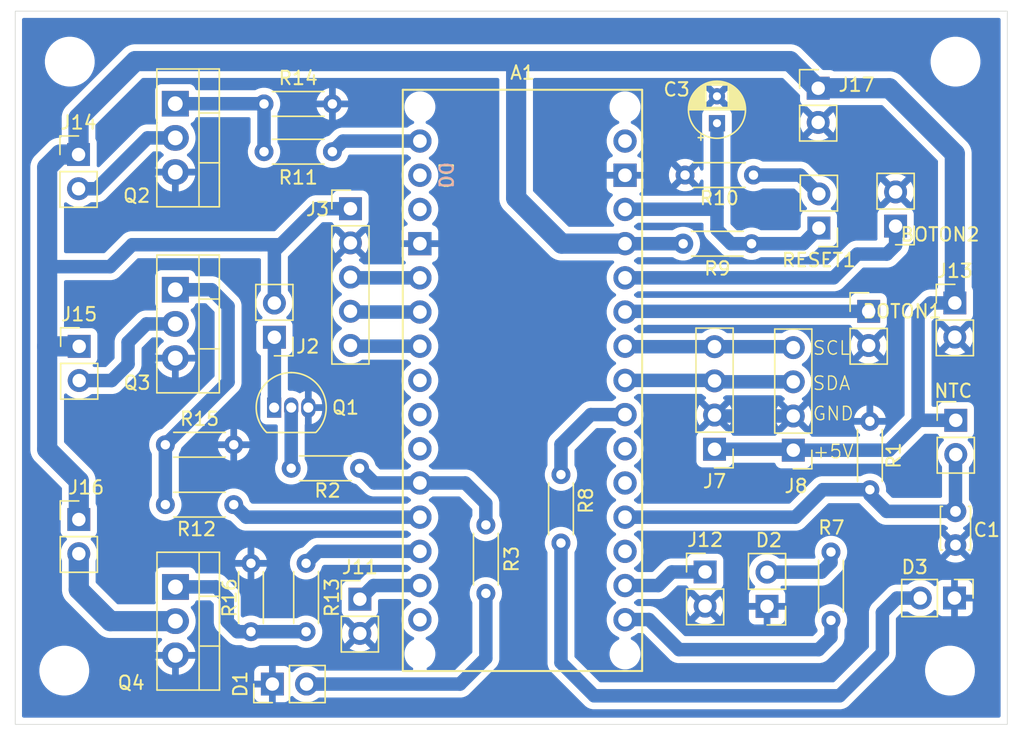
<source format=kicad_pcb>
(kicad_pcb (version 20241229) (generator "pcbnew") (generator_version "9.0")
  (layers (0 "F.Cu" signal) (2 "B.Cu" signal) (13 "F.Paste" user) (15 "B.Paste" user) (5 "F.SilkS" user "F.Silkscreen") (7 "B.SilkS" user "B.Silkscreen") (1 "F.Mask" user) (3 "B.Mask" user) (25 "Edge.Cuts" user))
  (net 0 "")
  (net 1 "+5V")
  (net 2 "GND")
  (net 3 "LED1")
  (net 4 "SSR")
  (net 5 "BOTON1")
  (net 6 "ENC_DT")
  (net 7 "RESET")
  (net 8 "ENC_CLK")
  (net 9 "Azul")
  (net 10 "Rojo")
  (net 11 "Verde")
  (net 12 "ENC_SW")
  (net 13 "NTC")
  (net 14 "SCL")
  (net 15 "SDA")
  (net 16 "LED2")
  (net 17 "BOTON2")
  (net 18 "+3.3V")
  (net 19 "Net-(J2-Pin_1)")
  (net 20 "Net-(D1-A)")
  (net 21 "Net-(D2-A)")
  (net 22 "Net-(Q2-G)")
  (net 23 "Net-(Q4-G)")
  (net 24 "Net-(D3-A)")
  (net 25 "Net-(Q1-B)")
  (net 26 "Net-(Q3-G)")
  (net 27 "CRUCE_CERO")
  (net 37 "Net-(J14-Pin_2)")
  (net 39 "Net-(R10-Pad2)")
  (net 40 "Net-(J15-Pin_2)")
  (net 41 "Net-(J16-Pin_2)")
  (footprint "Connector_PinHeader_2.54mm:PinHeader_1x02_P2.54mm_Vertical" (layer "F.Cu") (at 135.1 77.095 180)
    (property "Reference" "BOTON2" (at -3.3 -0.62 0) (layer "F.SilkS"))
    (property "Value" "SW_Push")
    (pad "1" thru_hole rect (at 0 0 180) (size 1.7 1.7) (drill 1) (layers "*.Cu" "*.Mask") (net 17 "BOTON2"))
    (pad "2" thru_hole circle (at 0 2.54 180) (size 1.7 1.7) (drill 1) (layers "*.Cu" "*.Mask") (net 2 "GND"))
  )
  (footprint "Resistor_THT:R_Axial_DIN0204_L3.6mm_D1.6mm_P5.08mm_Horizontal" (layer "F.Cu") (at 119.46 73.3)
    (property "Reference" "R10" (at 2.54 1.715 0) (layer "F.SilkS"))
    (property "Value" "100")
    (pad "1" thru_hole circle (at 0 0) (size 1.4 1.4) (drill 0.7) (layers "*.Cu" "*.Mask") (net 2 "GND"))
    (pad "2" thru_hole oval (at 5.08 0) (size 1.4 1.4) (drill 0.7) (layers "*.Cu" "*.Mask") (net 39 "Net-(R10-Pad2)"))
  )
  (footprint "Connector_PinHeader_2.54mm:PinHeader_1x05_P2.54mm_Vertical" (layer "F.Cu") (at 94.6 75.8)
    (property "Reference" "J3" (at -2.44 0.035 0) (layer "F.SilkS"))
    (property "Value" "Encoder")
    (pad "1" thru_hole rect (at 0 0) (size 1.7 1.7) (drill 1) (layers "*.Cu" "*.Mask") (net 1 "+5V"))
    (pad "2" thru_hole circle (at 0 2.54) (size 1.7 1.7) (drill 1) (layers "*.Cu" "*.Mask") (net 2 "GND"))
    (pad "3" thru_hole circle (at 0 5.08) (size 1.7 1.7) (drill 1) (layers "*.Cu" "*.Mask") (net 6 "ENC_DT"))
    (pad "4" thru_hole circle (at 0 7.62) (size 1.7 1.7) (drill 1) (layers "*.Cu" "*.Mask") (net 8 "ENC_CLK"))
    (pad "5" thru_hole circle (at 0 10.16) (size 1.7 1.7) (drill 1) (layers "*.Cu" "*.Mask") (net 12 "ENC_SW"))
  )
  (footprint "Resistor_THT:R_Axial_DIN0204_L3.6mm_D1.6mm_P5.08mm_Horizontal" (layer "F.Cu") (at 110.24 95.555 -90)
    (property "Reference" "R8" (at 1.93 -1.86 90) (layer "F.SilkS"))
    (property "Value" "220")
    (pad "1" thru_hole circle (at 0 0 270) (size 1.4 1.4) (drill 0.7) (layers "*.Cu" "*.Mask") (net 16 "LED2"))
    (pad "2" thru_hole oval (at 5.08 0 270) (size 1.4 1.4) (drill 0.7) (layers "*.Cu" "*.Mask") (net 24 "Net-(D3-A)"))
  )
  (footprint "Connector_PinHeader_2.54mm:PinHeader_1x02_P2.54mm_Vertical" (layer "F.Cu") (at 120.95 102.785)
    (property "Reference" "J12" (at 0 -2.38 0) (layer "F.SilkS"))
    (property "Value" "+3.3v")
    (pad "1" thru_hole rect (at 0 0) (size 1.7 1.7) (drill 1) (layers "*.Cu" "*.Mask") (net 18 "+3.3V"))
    (pad "2" thru_hole circle (at 0 2.54) (size 1.7 1.7) (drill 1) (layers "*.Cu" "*.Mask") (net 2 "GND"))
  )
  (footprint "Resistor_THT:R_Axial_DIN0204_L3.6mm_D1.6mm_P5.08mm_Horizontal" (layer "F.Cu") (at 85.93 97.785 180)
    (property "Reference" "R12" (at 2.77 -1.82 0) (layer "F.SilkS"))
    (property "Value" "220")
    (pad "1" thru_hole circle (at 0 0 180) (size 1.4 1.4) (drill 0.7) (layers "*.Cu" "*.Mask") (net 11 "Verde"))
    (pad "2" thru_hole oval (at 5.08 0 180) (size 1.4 1.4) (drill 0.7) (layers "*.Cu" "*.Mask") (net 26 "Net-(Q3-G)"))
  )
  (footprint "Connector_PinHeader_2.54mm:PinHeader_1x02_P2.54mm_Vertical" (layer "F.Cu") (at 88.8 111.115 90)
    (property "Reference" "D1" (at 0 -2.38 90) (layer "F.SilkS"))
    (property "Value" "LED_SSR")
    (pad "1" thru_hole rect (at 0 0 90) (size 1.7 1.7) (drill 1) (layers "*.Cu" "*.Mask") (net 2 "GND"))
    (pad "2" thru_hole circle (at 0 2.54 90) (size 1.7 1.7) (drill 1) (layers "*.Cu" "*.Mask") (net 20 "Net-(D1-A)"))
  )
  (footprint "PCM_arduino-library:Arduino_Nano_Socket" (layer "F.Cu") (at 107.38 110.145)
    (property "Reference" "A1" (at 0 -44.45 0) (layer "F.SilkS"))
    (property "Value" "Arduino_Nano_Socket")
    (fp_text user "D0" (at -5.715 -36.83 270) (layer "F.SilkS"))
    (fp_text user "D0" (at -5.715 -36.83 270) (layer "B.SilkS") (effects (justify mirror)))
    (pad "" np_thru_hole circle (at -7.62 -41.91) (size 1.8 1.8) (drill 1.8) (layers "*.Cu" "*.Mask"))
    (pad "" np_thru_hole circle (at -7.62 -1.27) (size 1.8 1.8) (drill 1.8) (layers "*.Cu" "*.Mask"))
    (pad "" np_thru_hole circle (at 7.62 -41.91) (size 1.8 1.8) (drill 1.8) (layers "*.Cu" "*.Mask"))
    (pad "" np_thru_hole circle (at 7.62 -1.27) (size 1.8 1.8) (drill 1.8) (layers "*.Cu" "*.Mask"))
    (pad "3V3" thru_hole circle (at 7.62 -6.35) (size 1.7272 1.7272) (drill 1.016) (layers "*.Cu" "*.Mask") (net 18 "+3.3V"))
    (pad "5V" thru_hole circle (at 7.62 -31.75) (size 1.7272 1.7272) (drill 1.016) (layers "*.Cu" "*.Mask") (net 1 "+5V"))
    (pad "A0" thru_hole circle (at 7.62 -11.43) (size 1.7272 1.7272) (drill 1.016) (layers "*.Cu" "*.Mask") (net 13 "NTC"))
    (pad "A1" thru_hole circle (at 7.62 -13.97) (size 1.7272 1.7272) (drill 1.016) (layers "*.Cu" "*.Mask"))
    (pad "A2" thru_hole circle (at 7.62 -16.51) (size 1.7272 1.7272) (drill 1.016) (layers "*.Cu" "*.Mask"))
    (pad "A3" thru_hole circle (at 7.62 -19.05) (size 1.7272 1.7272) (drill 1.016) (layers "*.Cu" "*.Mask") (net 16 "LED2"))
    (pad "A4" thru_hole circle (at 7.62 -21.59) (size 1.7272 1.7272) (drill 1.016) (layers "*.Cu" "*.Mask") (net 15 "SDA"))
    (pad "A5" thru_hole circle (at 7.62 -24.13) (size 1.7272 1.7272) (drill 1.016) (layers "*.Cu" "*.Mask") (net 14 "SCL"))
    (pad "A6" thru_hole circle (at 7.62 -26.67) (size 1.7272 1.7272) (drill 1.016) (layers "*.Cu" "*.Mask") (net 5 "BOTON1"))
    (pad "A7" thru_hole circle (at 7.62 -29.21) (size 1.7272 1.7272) (drill 1.016) (layers "*.Cu" "*.Mask") (net 17 "BOTON2"))
    (pad "AREF" thru_hole circle (at 7.62 -8.89) (size 1.7272 1.7272) (drill 1.016) (layers "*.Cu" "*.Mask"))
    (pad "D0" thru_hole circle (at -7.62 -36.83) (size 1.7272 1.7272) (drill 1.016) (layers "*.Cu" "*.Mask"))
    (pad "D1" thru_hole circle (at -7.62 -39.37) (size 1.7272 1.7272) (drill 1.016) (layers "*.Cu" "*.Mask") (net 10 "Rojo"))
    (pad "D2" thru_hole circle (at -7.62 -29.21) (size 1.7272 1.7272) (drill 1.016) (layers "*.Cu" "*.Mask") (net 6 "ENC_DT"))
    (pad "D3" thru_hole circle (at -7.62 -26.67) (size 1.7272 1.7272) (drill 1.016) (layers "*.Cu" "*.Mask") (net 8 "ENC_CLK"))
    (pad "D4" thru_hole circle (at -7.62 -24.13) (size 1.7272 1.7272) (drill 1.016) (layers "*.Cu" "*.Mask") (net 12 "ENC_SW"))
    (pad "D5" thru_hole circle (at -7.62 -21.59) (size 1.7272 1.7272) (drill 1.016) (layers "*.Cu" "*.Mask"))
    (pad "D6" thru_hole circle (at -7.62 -19.05) (size 1.7272 1.7272) (drill 1.016) (layers "*.Cu" "*.Mask"))
    (pad "D7" thru_hole circle (at -7.62 -16.51) (size 1.7272 1.7272) (drill 1.016) (layers "*.Cu" "*.Mask"))
    (pad "D8" thru_hole circle (at -7.62 -13.97) (size 1.7272 1.7272) (drill 1.016) (layers "*.Cu" "*.Mask") (net 4 "SSR"))
    (pad "D9" thru_hole circle (at -7.62 -11.43) (size 1.7272 1.7272) (drill 1.016) (layers "*.Cu" "*.Mask") (net 11 "Verde"))
    (pad "D10" thru_hole circle (at -7.62 -8.89) (size 1.7272 1.7272) (drill 1.016) (layers "*.Cu" "*.Mask") (net 9 "Azul"))
    (pad "D11" thru_hole circle (at -7.62 -6.35) (size 1.7272 1.7272) (drill 1.016) (layers "*.Cu" "*.Mask") (net 27 "CRUCE_CERO"))
    (pad "D12" thru_hole circle (at -7.62 -3.81) (size 1.7272 1.7272) (drill 1.016) (layers "*.Cu" "*.Mask"))
    (pad "D13" thru_hole circle (at 7.62 -3.81) (size 1.7272 1.7272) (drill 1.016) (layers "*.Cu" "*.Mask") (net 3 "LED1"))
    (pad "GND1" thru_hole rect (at -7.62 -31.75) (size 1.7272 1.7272) (drill 1.016) (layers "*.Cu" "*.Mask") (net 2 "GND"))
    (pad "GND2" thru_hole rect (at 7.62 -36.83) (size 1.7272 1.7272) (drill 1.016) (layers "*.Cu" "*.Mask") (net 2 "GND"))
    (pad "RST1" thru_hole circle (at -7.62 -34.29) (size 1.7272 1.7272) (drill 1.016) (layers "*.Cu" "*.Mask"))
    (pad "RST2" thru_hole circle (at 7.62 -34.29) (size 1.7272 1.7272) (drill 1.016) (layers "*.Cu" "*.Mask") (net 7 "RESET"))
    (pad "VIN" thru_hole circle (at 7.62 -39.37) (size 1.7272 1.7272) (drill 1.016) (layers "*.Cu" "*.Mask"))
  )
  (footprint "MountingHole:MountingHole_3.2mm_M3" (layer "F.Cu") (at 139.14 110.115)
    (property "Reference" "H8" (hide yes))
    (property "Value" "MountingHole" (hide yes))
    (pad "" np_thru_hole circle (at 0 0) (size 3.2 3.2) (drill 3.2) (layers "*.Cu" "*.Mask"))
  )
  (footprint "Resistor_THT:R_Axial_DIN0204_L3.6mm_D1.6mm_P5.08mm_Horizontal" (layer "F.Cu") (at 119.32 78.4)
    (property "Reference" "R9" (at 2.54 1.845 0) (layer "F.SilkS"))
    (property "Value" "1K")
    (pad "1" thru_hole circle (at 0 0) (size 1.4 1.4) (drill 0.7) (layers "*.Cu" "*.Mask") (net 1 "+5V"))
    (pad "2" thru_hole oval (at 5.08 0) (size 1.4 1.4) (drill 0.7) (layers "*.Cu" "*.Mask") (net 7 "RESET"))
  )
  (footprint "Connector_PinHeader_2.54mm:PinHeader_1x02_P2.54mm_Vertical" (layer "F.Cu") (at 95.3 104.81)
    (property "Reference" "J11" (at 0 -2.38 0) (layer "F.SilkS"))
    (property "Value" "ZC1")
    (pad "1" thru_hole rect (at 0 0) (size 1.7 1.7) (drill 1) (layers "*.Cu" "*.Mask") (net 27 "CRUCE_CERO"))
    (pad "2" thru_hole circle (at 0 2.54) (size 1.7 1.7) (drill 1) (layers "*.Cu" "*.Mask") (net 2 "GND"))
  )
  (footprint "Connector_PinHeader_2.54mm:PinHeader_1x02_P2.54mm_Vertical" (layer "F.Cu") (at 74.45 86.025)
    (property "Reference" "J15" (at 0 -2.38 0) (layer "F.SilkS"))
    (property "Value" "LED_V")
    (pad "1" thru_hole rect (at 0 0) (size 1.7 1.7) (drill 1) (layers "*.Cu" "*.Mask") (net 1 "+5V"))
    (pad "2" thru_hole circle (at 0 2.54) (size 1.7 1.7) (drill 1) (layers "*.Cu" "*.Mask") (net 40 "Net-(J15-Pin_2)"))
  )
  (footprint "MountingHole:MountingHole_3.2mm_M3" (layer "F.Cu") (at 73.75 64.875)
    (property "Reference" "H5" (hide yes))
    (property "Value" "MountingHole" (hide yes))
    (pad "" np_thru_hole circle (at 0 0) (size 3.2 3.2) (drill 3.2) (layers "*.Cu" "*.Mask"))
  )
  (footprint "MountingHole:MountingHole_3.2mm_M3" (layer "F.Cu") (at 73.34 110.115)
    (property "Reference" "H6" (hide yes))
    (property "Value" "MountingHole" (hide yes))
    (pad "" np_thru_hole circle (at 0 0) (size 3.2 3.2) (drill 3.2) (layers "*.Cu" "*.Mask"))
  )
  (footprint "Connector_PinHeader_2.54mm:PinHeader_1x02_P2.54mm_Vertical" (layer "F.Cu") (at 139.5 82.8)
    (property "Reference" "J13" (at 0 -2.38 0) (layer "F.SilkS"))
    (property "Value" "+3.3v")
    (pad "1" thru_hole rect (at 0 0) (size 1.7 1.7) (drill 1) (layers "*.Cu" "*.Mask") (net 1 "+5V"))
    (pad "2" thru_hole circle (at 0 2.54) (size 1.7 1.7) (drill 1) (layers "*.Cu" "*.Mask") (net 2 "GND"))
  )
  (footprint "Resistor_THT:R_Axial_DIN0204_L3.6mm_D1.6mm_P5.08mm_Horizontal" (layer "F.Cu") (at 93.26 71.565 180)
    (property "Reference" "R11" (at 2.54 -1.92 0) (layer "F.SilkS"))
    (property "Value" "220")
    (pad "1" thru_hole circle (at 0 0 180) (size 1.4 1.4) (drill 0.7) (layers "*.Cu" "*.Mask") (net 10 "Rojo"))
    (pad "2" thru_hole oval (at 5.08 0 180) (size 1.4 1.4) (drill 0.7) (layers "*.Cu" "*.Mask") (net 22 "Net-(Q2-G)"))
  )
  (footprint "Connector_PinHeader_2.54mm:PinHeader_1x02_P2.54mm_Vertical" (layer "F.Cu") (at 88.95 85.35 180)
    (property "Reference" "J2" (at -2.48 -0.69 0) (layer "F.SilkS"))
    (property "Value" "SSR")
    (pad "1" thru_hole rect (at 0 0 180) (size 1.7 1.7) (drill 1) (layers "*.Cu" "*.Mask") (net 19 "Net-(J2-Pin_1)"))
    (pad "2" thru_hole circle (at 0 2.54 180) (size 1.7 1.7) (drill 1) (layers "*.Cu" "*.Mask") (net 1 "+5V"))
  )
  (footprint "Connector_PinHeader_2.54mm:PinHeader_1x02_P2.54mm_Vertical" (layer "F.Cu") (at 74.42 98.89)
    (property "Reference" "J16" (at 0.55 -2.38 0) (layer "F.SilkS"))
    (property "Value" "LED_A")
    (pad "1" thru_hole rect (at 0 0) (size 1.7 1.7) (drill 1) (layers "*.Cu" "*.Mask") (net 1 "+5V"))
    (pad "2" thru_hole circle (at 0 2.54) (size 1.7 1.7) (drill 1) (layers "*.Cu" "*.Mask") (net 41 "Net-(J16-Pin_2)"))
  )
  (footprint "Package_TO_SOT_THT:TO-220-3_Vertical" (layer "F.Cu") (at 81.6 103.9 -90)
    (property "Reference" "Q4" (at 7.125 3.29 0) (layer "F.SilkS"))
    (property "Value" "IRLZ44N")
    (pad "1" thru_hole rect (at 0 0 270) (size 1.905 2) (drill 1.1) (layers "*.Cu" "*.Mask") (net 23 "Net-(Q4-G)"))
    (pad "2" thru_hole oval (at 2.54 0 270) (size 1.905 2) (drill 1.1) (layers "*.Cu" "*.Mask") (net 41 "Net-(J16-Pin_2)"))
    (pad "3" thru_hole oval (at 5.08 0 270) (size 1.905 2) (drill 1.1) (layers "*.Cu" "*.Mask") (net 2 "GND"))
  )
  (footprint "Connector_PinHeader_2.54mm:PinHeader_1x02_P2.54mm_Vertical" (layer "F.Cu") (at 129.35 66.85)
    (property "Reference" "J17" (at 2.85 -0.255 0) (layer "F.SilkS"))
    (property "Value" "VCC")
    (pad "1" thru_hole rect (at 0 0) (size 1.7 1.7) (drill 1) (layers "*.Cu" "*.Mask") (net 1 "+5V"))
    (pad "2" thru_hole circle (at 0 2.54) (size 1.7 1.7) (drill 1) (layers "*.Cu" "*.Mask") (net 2 "GND"))
  )
  (footprint "Connector_PinHeader_2.54mm:PinHeader_1x04_P2.54mm_Vertical" (layer "F.Cu") (at 121.65 93.67 180)
    (property "Reference" "J7" (at 0 -2.38 0) (layer "F.SilkS"))
    (property "Value" "i2c")
    (pad "1" thru_hole rect (at 0 0 180) (size 1.7 1.7) (drill 1) (layers "*.Cu" "*.Mask") (net 1 "+5V"))
    (pad "2" thru_hole circle (at 0 2.54 180) (size 1.7 1.7) (drill 1) (layers "*.Cu" "*.Mask") (net 2 "GND"))
    (pad "3" thru_hole circle (at 0 5.08 180) (size 1.7 1.7) (drill 1) (layers "*.Cu" "*.Mask") (net 15 "SDA"))
    (pad "4" thru_hole circle (at 0 7.62 180) (size 1.7 1.7) (drill 1) (layers "*.Cu" "*.Mask") (net 14 "SCL"))
  )
  (footprint "Resistor_THT:R_Axial_DIN0204_L3.6mm_D1.6mm_P5.08mm_Horizontal" (layer "F.Cu") (at 88.18 68.015)
    (property "Reference" "R14" (at 2.54 -1.92 0) (layer "F.SilkS"))
    (property "Value" "10K")
    (pad "1" thru_hole circle (at 0 0) (size 1.4 1.4) (drill 0.7) (layers "*.Cu" "*.Mask") (net 22 "Net-(Q2-G)"))
    (pad "2" thru_hole oval (at 5.08 0) (size 1.4 1.4) (drill 0.7) (layers "*.Cu" "*.Mask") (net 2 "GND"))
  )
  (footprint "Package_TO_SOT_THT:TO-220-3_Vertical" (layer "F.Cu") (at 81.59 68 -90)
    (property "Reference" "Q2" (at 6.835 2.87 0) (layer "F.SilkS"))
    (property "Value" "IRLZ44N")
    (pad "1" thru_hole rect (at 0 0 270) (size 1.905 2) (drill 1.1) (layers "*.Cu" "*.Mask") (net 22 "Net-(Q2-G)"))
    (pad "2" thru_hole oval (at 2.54 0 270) (size 1.905 2) (drill 1.1) (layers "*.Cu" "*.Mask") (net 37 "Net-(J14-Pin_2)"))
    (pad "3" thru_hole oval (at 5.08 0 270) (size 1.905 2) (drill 1.1) (layers "*.Cu" "*.Mask") (net 2 "GND"))
  )
  (footprint "Resistor_THT:R_Axial_DIN0204_L3.6mm_D1.6mm_P5.08mm_Horizontal" (layer "F.Cu") (at 91.305 102.145 -90)
    (property "Reference" "R13" (at 2.54 -1.92 90) (layer "F.SilkS"))
    (property "Value" "220")
    (pad "1" thru_hole circle (at 0 0 270) (size 1.4 1.4) (drill 0.7) (layers "*.Cu" "*.Mask") (net 9 "Azul"))
    (pad "2" thru_hole oval (at 5.08 0 270) (size 1.4 1.4) (drill 0.7) (layers "*.Cu" "*.Mask") (net 23 "Net-(Q4-G)"))
  )
  (footprint "Connector_PinHeader_2.54mm:PinHeader_1x02_P2.54mm_Vertical" (layer "F.Cu") (at 129.4 77.24 180)
    (property "Reference" "RESET1" (at 0 -2.38 0) (layer "F.SilkS"))
    (property "Value" "SW_Push")
    (pad "1" thru_hole rect (at 0 0 180) (size 1.7 1.7) (drill 1) (layers "*.Cu" "*.Mask") (net 7 "RESET"))
    (pad "2" thru_hole circle (at 0 2.54 180) (size 1.7 1.7) (drill 1) (layers "*.Cu" "*.Mask") (net 39 "Net-(R10-Pad2)"))
  )
  (footprint "Connector_PinHeader_2.54mm:PinHeader_1x02_P2.54mm_Vertical" (layer "F.Cu") (at 74.4 71.775)
    (property "Reference" "J14" (at 0 -2.38 0) (layer "F.SilkS"))
    (property "Value" "LED_R")
    (pad "1" thru_hole rect (at 0 0) (size 1.7 1.7) (drill 1) (layers "*.Cu" "*.Mask") (net 1 "+5V"))
    (pad "2" thru_hole circle (at 0 2.54) (size 1.7 1.7) (drill 1) (layers "*.Cu" "*.Mask") (net 37 "Net-(J14-Pin_2)"))
  )
  (footprint "MountingHole:MountingHole_3.2mm_M3" (layer "F.Cu") (at 139.55 64.875)
    (property "Reference" "H7" (hide yes))
    (property "Value" "MountingHole" (hide yes))
    (pad "" np_thru_hole circle (at 0 0) (size 3.2 3.2) (drill 3.2) (layers "*.Cu" "*.Mask"))
  )
  (footprint "Package_TO_SOT_THT:TO-92_Inline" (layer "F.Cu") (at 88.93 90.575)
    (property "Reference" "Q1" (at 5.3 0 0) (layer "F.SilkS"))
    (property "Value" "BC547")
    (pad "1" thru_hole rect (at 0 0) (size 1.05 1.5) (drill 0.75) (layers "*.Cu" "*.Mask") (net 19 "Net-(J2-Pin_1)"))
    (pad "2" thru_hole oval (at 1.27 0) (size 1.05 1.5) (drill 0.75) (layers "*.Cu" "*.Mask") (net 25 "Net-(Q1-B)"))
    (pad "3" thru_hole oval (at 2.54 0) (size 1.05 1.5) (drill 0.75) (layers "*.Cu" "*.Mask") (net 2 "GND"))
  )
  (footprint "Resistor_THT:R_Axial_DIN0204_L3.6mm_D1.6mm_P5.08mm_Horizontal" (layer "F.Cu") (at 104.66 99.295 -90)
    (property "Reference" "R3" (at 2.54 -1.92 90) (layer "F.SilkS"))
    (property "Value" "220")
    (pad "1" thru_hole circle (at 0 0 270) (size 1.4 1.4) (drill 0.7) (layers "*.Cu" "*.Mask") (net 4 "SSR"))
    (pad "2" thru_hole oval (at 5.08 0 270) (size 1.4 1.4) (drill 0.7) (layers "*.Cu" "*.Mask") (net 20 "Net-(D1-A)"))
  )
  (footprint "Resistor_THT:R_Axial_DIN0204_L3.6mm_D1.6mm_P5.08mm_Horizontal" (layer "F.Cu") (at 87.21 107.225 90)
    (property "Reference" "R16" (at 2.52 -1.59 90) (layer "F.SilkS"))
    (property "Value" "10K")
    (pad "1" thru_hole circle (at 0 0 90) (size 1.4 1.4) (drill 0.7) (layers "*.Cu" "*.Mask") (net 23 "Net-(Q4-G)"))
    (pad "2" thru_hole oval (at 5.08 0 90) (size 1.4 1.4) (drill 0.7) (layers "*.Cu" "*.Mask") (net 2 "GND"))
  )
  (footprint "Resistor_THT:R_Axial_DIN0204_L3.6mm_D1.6mm_P5.08mm_Horizontal" (layer "F.Cu") (at 80.85 93.335)
    (property "Reference" "R15" (at 2.54 -1.92 0) (layer "F.SilkS"))
    (property "Value" "10K")
    (pad "1" thru_hole circle (at 0 0) (size 1.4 1.4) (drill 0.7) (layers "*.Cu" "*.Mask") (net 26 "Net-(Q3-G)"))
    (pad "2" thru_hole oval (at 5.08 0) (size 1.4 1.4) (drill 0.7) (layers "*.Cu" "*.Mask") (net 2 "GND"))
  )
  (footprint "Resistor_THT:R_Axial_DIN0204_L3.6mm_D1.6mm_P5.08mm_Horizontal" (layer "F.Cu") (at 130.3 106.38 90)
    (property "Reference" "R7" (at 6.885 0.03 0) (layer "F.SilkS"))
    (property "Value" "220")
    (pad "1" thru_hole circle (at 0 0 90) (size 1.4 1.4) (drill 0.7) (layers "*.Cu" "*.Mask") (net 3 "LED1"))
    (pad "2" thru_hole oval (at 5.08 0 90) (size 1.4 1.4) (drill 0.7) (layers "*.Cu" "*.Mask") (net 21 "Net-(D2-A)"))
  )
  (footprint "Connector_PinHeader_2.54mm:PinHeader_1x02_P2.54mm_Vertical" (layer "F.Cu") (at 125.55 105.34 180)
    (property "Reference" "D2" (at -0.13 4.915 0) (layer "F.SilkS"))
    (property "Value" "LED1")
    (pad "1" thru_hole rect (at 0 0 180) (size 1.7 1.7) (drill 1) (layers "*.Cu" "*.Mask") (net 2 "GND"))
    (pad "2" thru_hole circle (at 0 2.54 180) (size 1.7 1.7) (drill 1) (layers "*.Cu" "*.Mask") (net 21 "Net-(D2-A)"))
  )
  (footprint "Capacitor_THT:C_Disc_D3.0mm_W2.0mm_P2.50mm" (layer "F.Cu") (at 139.55 98.285 -90)
    (property "Reference" "C1" (at 1.38 -2.32 180) (layer "F.SilkS"))
    (property "Value" "150-220nF")
    (pad "1" thru_hole circle (at 0 0 270) (size 1.6 1.6) (drill 0.8) (layers "*.Cu" "*.Mask") (net 13 "NTC"))
    (pad "2" thru_hole circle (at 2.5 0 270) (size 1.6 1.6) (drill 0.8) (layers "*.Cu" "*.Mask") (net 2 "GND"))
  )
  (footprint "Resistor_THT:R_Axial_DIN0204_L3.6mm_D1.6mm_P5.08mm_Horizontal" (layer "F.Cu") (at 90.2 95.085)
    (property "Reference" "R2" (at 2.7 1.66 0) (layer "F.SilkS"))
    (property "Value" "1K")
    (pad "1" thru_hole circle (at 0 0) (size 1.4 1.4) (drill 0.7) (layers "*.Cu" "*.Mask") (net 25 "Net-(Q1-B)"))
    (pad "2" thru_hole oval (at 5.08 0) (size 1.4 1.4) (drill 0.7) (layers "*.Cu" "*.Mask") (net 4 "SSR"))
  )
  (footprint "Capacitor_THT:CP_Radial_D4.0mm_P2.00mm" (layer "F.Cu") (at 121.83 69.4476 90)
    (property "Reference" "C3" (at 2.5026 -3 180) (layer "F.SilkS"))
    (property "Value" "16uF/16V")
    (pad "1" thru_hole rect (at 0 0 90) (size 1.2 1.2) (drill 0.6) (layers "*.Cu" "*.Mask") (net 7 "RESET"))
    (pad "2" thru_hole circle (at 2 0 90) (size 1.2 1.2) (drill 0.6) (layers "*.Cu" "*.Mask") (net 2 "GND"))
  )
  (footprint "Connector_PinHeader_2.54mm:PinHeader_1x04_P2.54mm_Vertical" (layer "F.Cu") (at 127.5 93.74 180)
    (property "Reference" "J8" (at -0.21 -2.665 0) (layer "F.SilkS"))
    (property "Value" "OLED")
    (pad "1" thru_hole rect (at 0 0 180) (size 1.7 1.7) (drill 1) (layers "*.Cu" "*.Mask") (net 1 "+5V"))
    (pad "2" thru_hole circle (at 0 2.54 180) (size 1.7 1.7) (drill 1) (layers "*.Cu" "*.Mask") (net 2 "GND"))
    (pad "3" thru_hole circle (at 0 5.08 180) (size 1.7 1.7) (drill 1) (layers "*.Cu" "*.Mask") (net 15 "SDA"))
    (pad "4" thru_hole circle (at 0 7.62 180) (size 1.7 1.7) (drill 1) (layers "*.Cu" "*.Mask") (net 14 "SCL"))
  )
  (footprint "Connector_PinHeader_2.54mm:PinHeader_1x02_P2.54mm_Vertical" (layer "F.Cu") (at 139.475 104.725 -90)
    (property "Reference" "D3" (at -2.3 2.955 180) (layer "F.SilkS"))
    (property "Value" "LED1" (hide yes))
    (pad "1" thru_hole rect (at 0 0 270) (size 1.7 1.7) (drill 1) (layers "*.Cu" "*.Mask") (net 2 "GND"))
    (pad "2" thru_hole circle (at 0 2.54 270) (size 1.7 1.7) (drill 1) (layers "*.Cu" "*.Mask") (net 24 "Net-(D3-A)"))
  )
  (footprint "Connector_PinHeader_2.54mm:PinHeader_1x02_P2.54mm_Vertical" (layer "F.Cu") (at 139.57 91.52)
    (property "Reference" "J1" (hide yes))
    (property "Value" "NTC")
    (pad "1" thru_hole rect (at 0 0) (size 1.7 1.7) (drill 1) (layers "*.Cu" "*.Mask") (net 1 "+5V"))
    (pad "2" thru_hole circle (at 0 2.54) (size 1.7 1.7) (drill 1) (layers "*.Cu" "*.Mask") (net 13 "NTC"))
  )
  (footprint "Connector_PinHeader_2.54mm:PinHeader_1x02_P2.54mm_Vertical" (layer "F.Cu") (at 133.1 83.425)
    (property "Reference" "BOTON1" (at 2.48 0 0) (layer "F.SilkS"))
    (property "Value" "SW_Push")
    (pad "1" thru_hole rect (at 0 0) (size 1.7 1.7) (drill 1) (layers "*.Cu" "*.Mask") (net 5 "BOTON1"))
    (pad "2" thru_hole circle (at 0 2.54) (size 1.7 1.7) (drill 1) (layers "*.Cu" "*.Mask") (net 2 "GND"))
  )
  (footprint "Resistor_THT:R_Axial_DIN0204_L3.6mm_D1.6mm_P5.08mm_Horizontal" (layer "F.Cu") (at 133.19 96.675 90)
    (property "Reference" "R1" (at 2.54 1.77 90) (layer "F.SilkS"))
    (property "Value" "100K")
    (pad "1" thru_hole circle (at 0 0 90) (size 1.4 1.4) (drill 0.7) (layers "*.Cu" "*.Mask") (net 13 "NTC"))
    (pad "2" thru_hole oval (at 5.08 0 90) (size 1.4 1.4) (drill 0.7) (layers "*.Cu" "*.Mask") (net 2 "GND"))
  )
  (footprint "Package_TO_SOT_THT:TO-220-3_Vertical" (layer "F.Cu") (at 81.59 81.82 -90)
    (property "Reference" "Q3" (at 6.915 2.84 180) (layer "F.SilkS"))
    (property "Value" "IRLZ44N")
    (pad "1" thru_hole rect (at 0 0 270) (size 1.905 2) (drill 1.1) (layers "*.Cu" "*.Mask") (net 26 "Net-(Q3-G)"))
    (pad "2" thru_hole oval (at 2.54 0 270) (size 1.905 2) (drill 1.1) (layers "*.Cu" "*.Mask") (net 40 "Net-(J15-Pin_2)"))
    (pad "3" thru_hole oval (at 5.08 0 270) (size 1.905 2) (drill 1.1) (layers "*.Cu" "*.Mask") (net 2 "GND"))
  )
  (gr_rect (start 69.7 61.125) (end 143.4 114.11) (stroke (width 0.05)) (fill no) (layer "Edge.Cuts"))
  (gr_text "+5V" (at 128.88 94.43 0) (layer "F.SilkS") (effects (font (size 1 1) (thickness 0.1)) (justify left bottom)))
  (gr_text "GND" (at 128.88 91.605 0) (layer "F.SilkS") (effects (font (size 1 1) (thickness 0.1)) (justify left bottom)))
  (gr_text "SDA" (at 128.87 89.355 0) (layer "F.SilkS") (effects (font (size 1 1) (thickness 0.1)) (justify left bottom)))
  (gr_text "NTC" (at 139.38 89.335 0) (layer "F.SilkS") (effects (font (size 1 1))))
  (gr_text "SCL" (at 128.88 86.735 0) (layer "F.SilkS") (effects (font (size 1 1) (thickness 0.1)) (justify left bottom)))
  (segment (start 139.5 71.715) (end 139.5 82.8) (width 1.5) (layer "B.Cu") (net 1))
  (segment (start 74.4 69.055) (end 74.4 71.775) (width 1.5) (layer "B.Cu") (net 1))
  (segment (start 88.72 78.475) (end 89.41 78.475) (width 1) (layer "B.Cu") (net 1))
  (segment (start 119.32 78.4) (end 115.005 78.4) (width 1) (layer "B.Cu") (net 1))
  (segment (start 110.29 78.395) (end 106.91 75.015) (width 1.5) (layer "B.Cu") (net 1))
  (segment (start 121.65 93.67) (end 127.43 93.67) (width 1) (layer "B.Cu") (net 1))
  (segment (start 136.77 91.515) (end 136.77 91.575) (width 1) (layer "B.Cu") (net 1))
  (segment (start 106.92 64.835) (end 78.62 64.835) (width 1.5) (layer "B.Cu") (net 1))
  (segment (start 129.35 66.85) (end 129.265 66.85) (width 1.5) (layer "B.Cu") (net 1))
  (segment (start 89.41 78.475) (end 92.085 75.8) (width 1) (layer "B.Cu") (net 1))
  (segment (start 72.07 93.675) (end 72.07 86.025) (width 1.5) (layer "B.Cu") (net 1))
  (segment (start 88.95 82.81) (end 88.95 78.935) (width 1) (layer "B.Cu") (net 1))
  (segment (start 129.35 66.85) (end 134.635 66.85) (width 1.5) (layer "B.Cu") (net 1))
  (segment (start 137.715 82.8) (end 136.77 83.745) (width 1) (layer "B.Cu") (net 1))
  (segment (start 136.77 83.745) (end 136.77 91.515) (width 1) (layer "B.Cu") (net 1))
  (segment (start 127.5 93.74) (end 134.605 93.74) (width 1) (layer "B.Cu") (net 1))
  (segment (start 72.07 72.735) (end 73.03 71.775) (width 1.5) (layer "B.Cu") (net 1))
  (segment (start 74.45 86.025) (end 72.07 86.025) (width 1.5) (layer "B.Cu") (net 1))
  (segment (start 73.03 71.775) (end 74.4 71.775) (width 1.5) (layer "B.Cu") (net 1))
  (segment (start 134.635 66.85) (end 139.5 71.715) (width 1.5) (layer "B.Cu") (net 1))
  (segment (start 129.265 66.85) (end 127.25 64.835) (width 1.5) (layer "B.Cu") (net 1))
  (segment (start 92.085 75.8) (end 94.6 75.8) (width 1) (layer "B.Cu") (net 1))
  (segment (start 106.91 75.015) (end 106.91 64.845) (width 1.5) (layer "B.Cu") (net 1))
  (segment (start 88.95 78.935) (end 89.41 78.475) (width 1) (layer "B.Cu") (net 1))
  (segment (start 115.005 78.4) (end 115 78.395) (width 0.5) (layer "B.Cu") (net 1))
  (segment (start 127.25 64.835) (end 106.92 64.835) (width 1.5) (layer "B.Cu") (net 1))
  (segment (start 76.75 80.105) (end 78.38 78.475) (width 1) (layer "B.Cu") (net 1))
  (segment (start 74.42 98.89) (end 74.42 96.025) (width 1.5) (layer "B.Cu") (net 1))
  (segment (start 87.91 78.475) (end 88.72 78.475) (width 1) (layer "B.Cu") (net 1))
  (segment (start 139.5 82.8) (end 137.715 82.8) (width 1) (layer "B.Cu") (net 1))
  (segment (start 121.72 93.74) (end 121.65 93.67) (width 0.5) (layer "B.Cu") (net 1))
  (segment (start 115 78.395) (end 110.29 78.395) (width 1.5) (layer "B.Cu") (net 1))
  (segment (start 136.775 91.52) (end 136.77 91.515) (width 1) (layer "B.Cu") (net 1))
  (segment (start 136.77 91.575) (end 134.605 93.74) (width 1) (layer "B.Cu") (net 1))
  (segment (start 139.57 91.52) (end 136.775 91.52) (width 1) (layer "B.Cu") (net 1))
  (segment (start 74.42 96.025) (end 72.07 93.675) (width 1.5) (layer "B.Cu") (net 1))
  (segment (start 127.43 93.67) (end 127.5 93.74) (width 0.5) (layer "B.Cu") (net 1))
  (segment (start 72.63 80.105) (end 76.75 80.105) (width 1) (layer "B.Cu") (net 1))
  (segment (start 78.38 78.475) (end 87.91 78.475) (width 1) (layer "B.Cu") (net 1))
  (segment (start 119.315 78.395) (end 119.32 78.4) (width 1.5) (layer "B.Cu") (net 1))
  (segment (start 94.2 76.2) (end 94.6 75.8) (width 0.5) (layer "B.Cu") (net 1))
  (segment (start 72.07 86.025) (end 72.07 72.735) (width 1.5) (layer "B.Cu") (net 1))
  (segment (start 78.62 64.835) (end 74.4 69.055) (width 1.5) (layer "B.Cu") (net 1))
  (segment (start 115.13 78.4) (end 115.11 78.38) (width 0.5) (layer "B.Cu") (net 1))
  (segment (start 106.91 64.845) (end 106.92 64.835) (width 1.5) (layer "B.Cu") (net 1))
  (segment (start 121.58 91.2) (end 121.65 91.13) (width 0.5) (layer "B.Cu") (net 2))
  (segment (start 94.64 78.38) (end 94.6 78.34) (width 0.2) (layer "B.Cu") (net 2))
  (segment (start 125.535 105.325) (end 125.55 105.34) (width 0.5) (layer "B.Cu") (net 2))
  (segment (start 121.65 91.13) (end 121.905 91.13) (width 0.5) (layer "B.Cu") (net 2))
  (segment (start 115.015 73.3) (end 115 73.315) (width 0.5) (layer "B.Cu") (net 2))
  (segment (start 121.975 91.2) (end 127.5 91.2) (width 1) (layer "B.Cu") (net 2))
  (segment (start 99.705 78.34) (end 99.76 78.395) (width 0.2) (layer "B.Cu") (net 2))
  (segment (start 119.445 73.315) (end 119.46 73.3) (width 0.5) (layer "B.Cu") (net 2))
  (segment (start 121.905 91.13) (end 121.975 91.2) (width 0.5) (layer "B.Cu") (net 2))
  (segment (start 134.515 74.555) (end 135.1 74.555) (width 0.5) (layer "B.Cu") (net 2))
  (segment (start 127.43 91.13) (end 127.5 91.2) (width 0.5) (layer "B.Cu") (net 2))
  (segment (start 115.11 106.32) (end 116.775 106.32) (width 1) (layer "B.Cu") (net 3))
  (segment (start 130.3 107.635) (end 130.3 106.38) (width 1) (layer "B.Cu") (net 3))
  (segment (start 119.01 108.555) (end 129.38 108.555) (width 1) (layer "B.Cu") (net 3))
  (segment (start 129.38 108.555) (end 130.3 107.635) (width 1) (layer "B.Cu") (net 3))
  (segment (start 116.775 106.32) (end 119.01 108.555) (width 1) (layer "B.Cu") (net 3))
  (segment (start 99.635 96.3) (end 99.76 96.175) (width 1) (layer "B.Cu") (net 4))
  (segment (start 99.76 96.175) (end 96.37 96.175) (width 1) (layer "B.Cu") (net 4))
  (segment (start 104.66 97.705) (end 103.13 96.175) (width 1) (layer "B.Cu") (net 4))
  (segment (start 96.37 96.175) (end 95.28 95.085) (width 1) (layer "B.Cu") (net 4))
  (segment (start 103.13 96.175) (end 99.76 96.175) (width 1) (layer "B.Cu") (net 4))
  (segment (start 104.66 99.295) (end 104.66 97.705) (width 1) (layer "B.Cu") (net 4))
  (segment (start 133.1 83.425) (end 115.05 83.425) (width 1) (layer "B.Cu") (net 5))
  (segment (start 115.05 83.425) (end 115 83.475) (width 0.5) (layer "B.Cu") (net 5))
  (segment (start 133.06 83.46) (end 133.1 83.5) (width 0.5) (layer "B.Cu") (net 5))
  (segment (start 94.655 80.935) (end 94.6 80.88) (width 0.5) (layer "B.Cu") (net 6))
  (segment (start 99.76 80.935) (end 94.655 80.935) (width 1) (layer "B.Cu") (net 6))
  (segment (start 122.875 78.4) (end 124.4 78.4) (width 1) (layer "B.Cu") (net 7))
  (segment (start 115.11 75.84) (end 121.715 75.84) (width 1) (layer "B.Cu") (net 7))
  (segment (start 124.4 78.4) (end 128.24 78.4) (width 1) (layer "B.Cu") (net 7))
  (segment (start 121.715 75.84) (end 121.83 75.725) (width 1) (layer "B.Cu") (net 7))
  (segment (start 128.24 78.4) (end 129.4 77.24) (width 1) (layer "B.Cu") (net 7))
  (segment (start 121.83 75.725) (end 121.83 77.355) (width 1) (layer "B.Cu") (net 7))
  (segment (start 121.84 69.1876) (end 121.8 69.1476) (width 0.5) (layer "B.Cu") (net 7))
  (segment (start 121.83 77.355) (end 122.875 78.4) (width 1) (layer "B.Cu") (net 7))
  (segment (start 121.83 69.4476) (end 121.83 75.725) (width 1) (layer "B.Cu") (net 7))
  (segment (start 99.76 83.475) (end 94.655 83.475) (width 1) (layer "B.Cu") (net 8))
  (segment (start 94.655 83.475) (end 94.6 83.42) (width 0.5) (layer "B.Cu") (net 8))
  (segment (start 99.76 101.255) (end 92.195 101.255) (width 1) (layer "B.Cu") (net 9))
  (segment (start 92.195 101.255) (end 91.305 102.145) (width 1) (layer "B.Cu") (net 9))
  (segment (start 94.05 70.775) (end 93.26 71.565) (width 1) (layer "B.Cu") (net 10))
  (segment (start 99.76 70.775) (end 94.05 70.775) (width 1) (layer "B.Cu") (net 10))
  (segment (start 86.86 98.715) (end 99.76 98.715) (width 1) (layer "B.Cu") (net 11))
  (segment (start 86.86 98.715) (end 85.93 97.785) (width 1) (layer "B.Cu") (net 11))
  (segment (start 85.95 97.35) (end 85.94 97.35) (width 0.5) (layer "B.Cu") (net 11))
  (segment (start 99.76 86.015) (end 94.655 86.015) (width 1) (layer "B.Cu") (net 12))
  (segment (start 94.655 86.015) (end 94.6 85.96) (width 0.5) (layer "B.Cu") (net 12))
  (segment (start 139.55 98.285) (end 134.43 98.285) (width 1) (layer "B.Cu") (net 13))
  (segment (start 139.55 94.08) (end 139.57 94.06) (width 0.5) (layer "B.Cu") (net 13))
  (segment (start 129.69 96.675) (end 133.19 96.675) (width 1) (layer "B.Cu") (net 13))
  (segment (start 115 98.715) (end 127.65 98.715) (width 1) (layer "B.Cu") (net 13))
  (segment (start 133.19 97.045) (end 134.43 98.285) (width 1) (layer "B.Cu") (net 13))
  (segment (start 127.65 98.715) (end 129.69 96.675) (width 1) (layer "B.Cu") (net 13))
  (segment (start 133.19 96.675) (end 133.19 97.045) (width 1) (layer "B.Cu") (net 13))
  (segment (start 139.55 98.285) (end 139.55 94.08) (width 1) (layer "B.Cu") (net 13))
  (segment (start 121.68 86) (end 121.8 86.12) (width 0.5) (layer "B.Cu") (net 14))
  (segment (start 115.035 86.05) (end 115 86.015) (width 0.5) (layer "B.Cu") (net 14))
  (segment (start 127.43 86.05) (end 127.5 86.12) (width 0.5) (layer "B.Cu") (net 14))
  (segment (start 121.6 86) (end 121.65 86.05) (width 0.5) (layer "B.Cu") (net 14))
  (segment (start 121.65 86.05) (end 127.43 86.05) (width 1) (layer "B.Cu") (net 14))
  (segment (start 121.65 86.05) (end 115.035 86.05) (width 1) (layer "B.Cu") (net 14))
  (segment (start 121.72 88.66) (end 121.65 88.59) (width 0.5) (layer "B.Cu") (net 15))
  (segment (start 121.65 88.59) (end 121.44 88.59) (width 0.5) (layer "B.Cu") (net 15))
  (segment (start 127.5 88.66) (end 121.72 88.66) (width 1) (layer "B.Cu") (net 15))
  (segment (start 121.44 88.59) (end 121.39 88.54) (width 0.5) (layer "B.Cu") (net 15))
  (segment (start 121.44 88.59) (end 121.405 88.555) (width 0.5) (layer "B.Cu") (net 15))
  (segment (start 121.68 88.54) (end 121.8 88.66) (width 0.2) (layer "B.Cu") (net 15))
  (segment (start 121.405 88.555) (end 115 88.555) (width 1) (layer "B.Cu") (net 15))
  (segment (start 112.455 91.095) (end 110.24 93.31) (width 1) (layer "B.Cu") (net 16))
  (segment (start 115 91.095) (end 112.455 91.095) (width 1) (layer "B.Cu") (net 16))
  (segment (start 110.24 95.555) (end 110.24 93.31) (width 1) (layer "B.Cu") (net 16))
  (segment (start 135.1 78.515) (end 135.1 77.095) (width 1) (layer "B.Cu") (net 17))
  (segment (start 130.49 80.935) (end 132.255 79.17) (width 1) (layer "B.Cu") (net 17))
  (segment (start 132.255 79.17) (end 134.445 79.17) (width 1) (layer "B.Cu") (net 17))
  (segment (start 134.445 79.17) (end 135.1 78.515) (width 1) (layer "B.Cu") (net 17))
  (segment (start 115 80.935) (end 130.49 80.935) (width 1) (layer "B.Cu") (net 17))
  (segment (start 118.48 102.785) (end 120.95 102.785) (width 1) (layer "B.Cu") (net 18))
  (segment (start 117.47 103.795) (end 118.48 102.785) (width 1) (layer "B.Cu") (net 18))
  (segment (start 115 103.795) (end 117.47 103.795) (width 1) (layer "B.Cu") (net 18))
  (segment (start 88.95 85.35) (end 88.95 90.555) (width 1) (layer "B.Cu") (net 19))
  (segment (start 88.95 90.555) (end 88.93 90.575) (width 1) (layer "B.Cu") (net 19))
  (segment (start 88.93 85.58) (end 88.7 85.35) (width 1) (layer "B.Cu") (net 19))
  (segment (start 91.34 111.115) (end 102.74 111.115) (width 1) (layer "B.Cu") (net 20))
  (segment (start 104.66 109.195) (end 104.66 104.375) (width 1) (layer "B.Cu") (net 20))
  (segment (start 102.74 111.115) (end 104.66 109.195) (width 1) (layer "B.Cu") (net 20))
  (segment (start 129.585 102.8) (end 130.3 102.085) (width 1) (layer "B.Cu") (net 21))
  (segment (start 130.3 102.085) (end 130.3 101.3) (width 1) (layer "B.Cu") (net 21))
  (segment (start 125.55 102.8) (end 129.585 102.8) (width 1) (layer "B.Cu") (net 21))
  (segment (start 81.59 68) (end 88.165 68) (width 1) (layer "B.Cu") (net 22))
  (segment (start 88.165 68) (end 88.18 68.015) (width 0.5) (layer "B.Cu") (net 22))
  (segment (start 87.435 68) (end 87.67 68.235) (width 0.5) (layer "B.Cu") (net 22))
  (segment (start 88.18 68.015) (end 88.18 71.565) (width 1) (layer "B.Cu") (net 22))
  (segment (start 91.305 107.225) (end 87.21 107.225) (width 1) (layer "B.Cu") (net 23))
  (segment (start 84.62 103.895) (end 85.45 104.725) (width 1) (layer "B.Cu") (net 23))
  (segment (start 85.45 104.725) (end 85.45 106.475) (width 1) (layer "B.Cu") (net 23))
  (segment (start 85.45 106.475) (end 86.2 107.225) (width 1) (layer "B.Cu") (net 23))
  (segment (start 86.2 107.225) (end 87.21 107.225) (width 1) (layer "B.Cu") (net 23))
  (segment (start 81.605 103.895) (end 84.62 103.895) (width 1) (layer "B.Cu") (net 23))
  (segment (start 81.6 103.9) (end 81.605 103.895) (width 1) (layer "B.Cu") (net 23))
  (segment (start 112.705 111.985) (end 130.94 111.985) (width 1) (layer "B.Cu") (net 24))
  (segment (start 134.12 105.805) (end 135.2 104.725) (width 1) (layer "B.Cu") (net 24))
  (segment (start 134.12 108.805) (end 134.12 105.805) (width 1) (layer "B.Cu") (net 24))
  (segment (start 110.24 100.635) (end 110.24 109.52) (width 1) (layer "B.Cu") (net 24))
  (segment (start 135.2 104.725) (end 136.935 104.725) (width 1) (layer "B.Cu") (net 24))
  (segment (start 130.94 111.985) (end 134.12 108.805) (width 1) (layer "B.Cu") (net 24))
  (segment (start 110.24 109.52) (end 112.705 111.985) (width 1) (layer "B.Cu") (net 24))
  (segment (start 90.2 95.085) (end 90.2 90.575) (width 1) (layer "B.Cu") (net 25))
  (segment (start 81.59 81.82) (end 84.285 81.82) (width 1) (layer "B.Cu") (net 26))
  (segment (start 85.51 88.675) (end 80.85 93.335) (width 1) (layer "B.Cu") (net 26))
  (segment (start 80.85 97.785) (end 80.85 93.335) (width 1) (layer "B.Cu") (net 26))
  (segment (start 84.285 81.82) (end 85.51 83.045) (width 1) (layer "B.Cu") (net 26))
  (segment (start 85.51 83.045) (end 85.51 88.675) (width 1) (layer "B.Cu") (net 26))
  (segment (start 99.76 103.795) (end 96.315 103.795) (width 1) (layer "B.Cu") (net 27))
  (segment (start 96.315 103.795) (end 95.3 104.81) (width 1) (layer "B.Cu") (net 27))
  (segment (start 79.525 70.54) (end 81.59 70.54) (width 1) (layer "B.Cu") (net 37))
  (segment (start 74.4 74.315) (end 75.75 74.315) (width 1) (layer "B.Cu") (net 37))
  (segment (start 75.75 74.315) (end 79.525 70.54) (width 1) (layer "B.Cu") (net 37))
  (segment (start 124.54 73.3) (end 128 73.3) (width 1) (layer "B.Cu") (net 39))
  (segment (start 128 73.3) (end 129.4 74.7) (width 1) (layer "B.Cu") (net 39))
  (segment (start 76.86 88.565) (end 78.08 87.345) (width 1) (layer "B.Cu") (net 40))
  (segment (start 78.08 85.725) (end 79.445 84.36) (width 1) (layer "B.Cu") (net 40))
  (segment (start 79.445 84.36) (end 81.59 84.36) (width 1) (layer "B.Cu") (net 40))
  (segment (start 74.45 88.565) (end 76.86 88.565) (width 1) (layer "B.Cu") (net 40))
  (segment (start 78.08 87.345) (end 78.08 85.725) (width 1) (layer "B.Cu") (net 40))
  (segment (start 76.765 106.44) (end 81.6 106.44) (width 1.5) (layer "B.Cu") (net 41))
  (segment (start 74.42 104.095) (end 76.765 106.44) (width 1.5) (layer "B.Cu") (net 41))
  (segment (start 74.42 101.43) (end 74.42 104.095) (width 1.5) (layer "B.Cu") (net 41))
  (zone (net 2) (net_name "GND") (layer "B.Cu") (connect_pads (clearance 0.5)) (min_thickness 0.25) (fill yes (thermal_gap 0.5) (thermal_bridge_width 0.5))
    (polygon (pts (xy 68.822303 60.295) (xy 144.64 60.295) (xy 144.64 115.269942) (xy 68.565823 115.415029)))
  )
)
</source>
